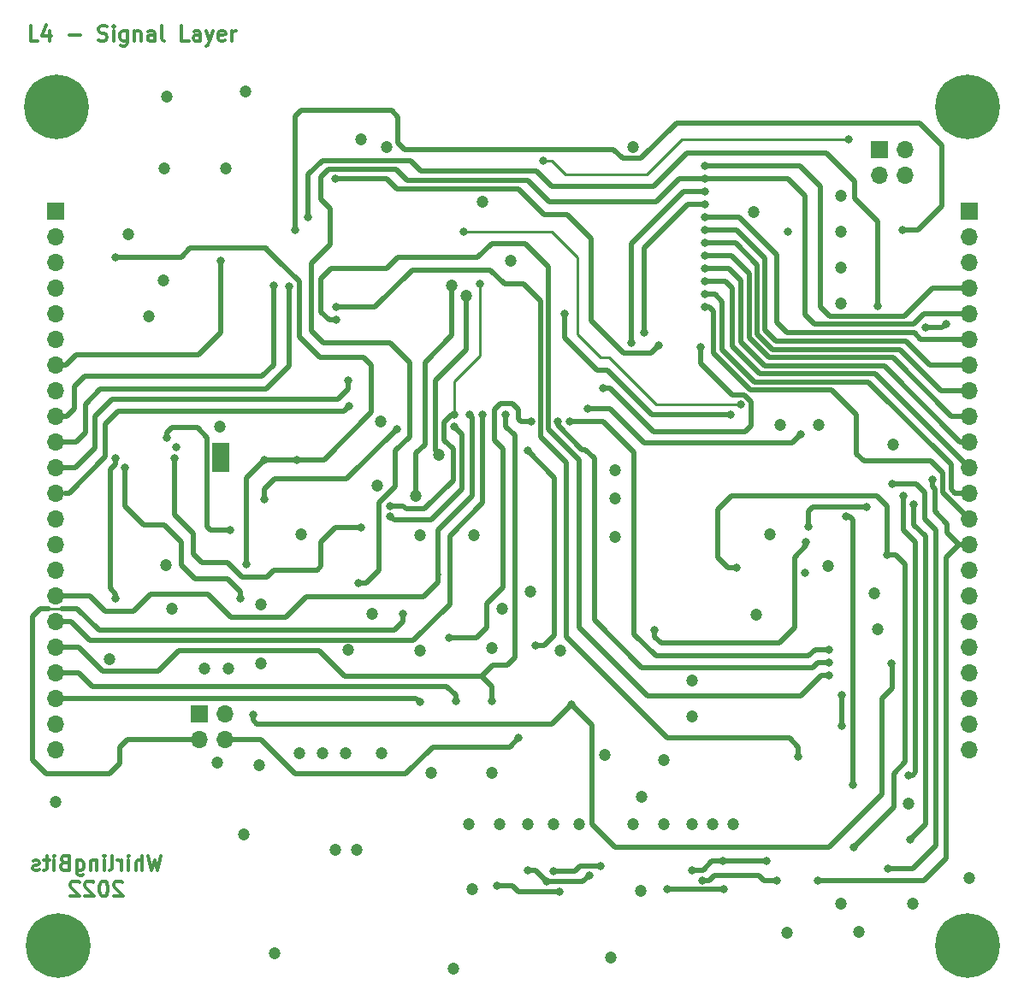
<source format=gbr>
%TF.GenerationSoftware,KiCad,Pcbnew,(5.1.12)-1*%
%TF.CreationDate,2022-03-11T14:49:08+01:00*%
%TF.ProjectId,ESP_S3-CP-24_Platform,4553505f-5333-42d4-9350-2d32345f506c,R0.8*%
%TF.SameCoordinates,Original*%
%TF.FileFunction,Copper,L4,Bot*%
%TF.FilePolarity,Positive*%
%FSLAX46Y46*%
G04 Gerber Fmt 4.6, Leading zero omitted, Abs format (unit mm)*
G04 Created by KiCad (PCBNEW (5.1.12)-1) date 2022-03-11 14:49:08*
%MOMM*%
%LPD*%
G01*
G04 APERTURE LIST*
%TA.AperFunction,NonConductor*%
%ADD10C,0.300000*%
%TD*%
%TA.AperFunction,SMDPad,CuDef*%
%ADD11R,1.651000X2.845000*%
%TD*%
%TA.AperFunction,ComponentPad*%
%ADD12C,0.550000*%
%TD*%
%TA.AperFunction,ComponentPad*%
%ADD13O,1.700000X1.700000*%
%TD*%
%TA.AperFunction,ComponentPad*%
%ADD14R,1.700000X1.700000*%
%TD*%
%TA.AperFunction,ComponentPad*%
%ADD15C,0.800000*%
%TD*%
%TA.AperFunction,ComponentPad*%
%ADD16C,6.400000*%
%TD*%
%TA.AperFunction,ViaPad*%
%ADD17C,1.200000*%
%TD*%
%TA.AperFunction,ViaPad*%
%ADD18C,0.800000*%
%TD*%
%TA.AperFunction,Conductor*%
%ADD19C,0.500000*%
%TD*%
%TA.AperFunction,Conductor*%
%ADD20C,0.250000*%
%TD*%
G04 APERTURE END LIST*
D10*
X178096857Y-196404571D02*
X177739714Y-197904571D01*
X177454000Y-196833142D01*
X177168285Y-197904571D01*
X176811142Y-196404571D01*
X176239714Y-197904571D02*
X176239714Y-196404571D01*
X175596857Y-197904571D02*
X175596857Y-197118857D01*
X175668285Y-196976000D01*
X175811142Y-196904571D01*
X176025428Y-196904571D01*
X176168285Y-196976000D01*
X176239714Y-197047428D01*
X174882571Y-197904571D02*
X174882571Y-196904571D01*
X174882571Y-196404571D02*
X174954000Y-196476000D01*
X174882571Y-196547428D01*
X174811142Y-196476000D01*
X174882571Y-196404571D01*
X174882571Y-196547428D01*
X174168285Y-197904571D02*
X174168285Y-196904571D01*
X174168285Y-197190285D02*
X174096857Y-197047428D01*
X174025428Y-196976000D01*
X173882571Y-196904571D01*
X173739714Y-196904571D01*
X173025428Y-197904571D02*
X173168285Y-197833142D01*
X173239714Y-197690285D01*
X173239714Y-196404571D01*
X172454000Y-197904571D02*
X172454000Y-196904571D01*
X172454000Y-196404571D02*
X172525428Y-196476000D01*
X172454000Y-196547428D01*
X172382571Y-196476000D01*
X172454000Y-196404571D01*
X172454000Y-196547428D01*
X171739714Y-196904571D02*
X171739714Y-197904571D01*
X171739714Y-197047428D02*
X171668285Y-196976000D01*
X171525428Y-196904571D01*
X171311142Y-196904571D01*
X171168285Y-196976000D01*
X171096857Y-197118857D01*
X171096857Y-197904571D01*
X169739714Y-196904571D02*
X169739714Y-198118857D01*
X169811142Y-198261714D01*
X169882571Y-198333142D01*
X170025428Y-198404571D01*
X170239714Y-198404571D01*
X170382571Y-198333142D01*
X169739714Y-197833142D02*
X169882571Y-197904571D01*
X170168285Y-197904571D01*
X170311142Y-197833142D01*
X170382571Y-197761714D01*
X170454000Y-197618857D01*
X170454000Y-197190285D01*
X170382571Y-197047428D01*
X170311142Y-196976000D01*
X170168285Y-196904571D01*
X169882571Y-196904571D01*
X169739714Y-196976000D01*
X168525428Y-197118857D02*
X168311142Y-197190285D01*
X168239714Y-197261714D01*
X168168285Y-197404571D01*
X168168285Y-197618857D01*
X168239714Y-197761714D01*
X168311142Y-197833142D01*
X168454000Y-197904571D01*
X169025428Y-197904571D01*
X169025428Y-196404571D01*
X168525428Y-196404571D01*
X168382571Y-196476000D01*
X168311142Y-196547428D01*
X168239714Y-196690285D01*
X168239714Y-196833142D01*
X168311142Y-196976000D01*
X168382571Y-197047428D01*
X168525428Y-197118857D01*
X169025428Y-197118857D01*
X167525428Y-197904571D02*
X167525428Y-196904571D01*
X167525428Y-196404571D02*
X167596857Y-196476000D01*
X167525428Y-196547428D01*
X167454000Y-196476000D01*
X167525428Y-196404571D01*
X167525428Y-196547428D01*
X167025428Y-196904571D02*
X166454000Y-196904571D01*
X166811142Y-196404571D02*
X166811142Y-197690285D01*
X166739714Y-197833142D01*
X166596857Y-197904571D01*
X166454000Y-197904571D01*
X166025428Y-197833142D02*
X165882571Y-197904571D01*
X165596857Y-197904571D01*
X165454000Y-197833142D01*
X165382571Y-197690285D01*
X165382571Y-197618857D01*
X165454000Y-197476000D01*
X165596857Y-197404571D01*
X165811142Y-197404571D01*
X165954000Y-197333142D01*
X166025428Y-197190285D01*
X166025428Y-197118857D01*
X165954000Y-196976000D01*
X165811142Y-196904571D01*
X165596857Y-196904571D01*
X165454000Y-196976000D01*
X174275428Y-199097428D02*
X174204000Y-199026000D01*
X174061142Y-198954571D01*
X173704000Y-198954571D01*
X173561142Y-199026000D01*
X173489714Y-199097428D01*
X173418285Y-199240285D01*
X173418285Y-199383142D01*
X173489714Y-199597428D01*
X174346857Y-200454571D01*
X173418285Y-200454571D01*
X172489714Y-198954571D02*
X172346857Y-198954571D01*
X172204000Y-199026000D01*
X172132571Y-199097428D01*
X172061142Y-199240285D01*
X171989714Y-199526000D01*
X171989714Y-199883142D01*
X172061142Y-200168857D01*
X172132571Y-200311714D01*
X172204000Y-200383142D01*
X172346857Y-200454571D01*
X172489714Y-200454571D01*
X172632571Y-200383142D01*
X172704000Y-200311714D01*
X172775428Y-200168857D01*
X172846857Y-199883142D01*
X172846857Y-199526000D01*
X172775428Y-199240285D01*
X172704000Y-199097428D01*
X172632571Y-199026000D01*
X172489714Y-198954571D01*
X171418285Y-199097428D02*
X171346857Y-199026000D01*
X171204000Y-198954571D01*
X170846857Y-198954571D01*
X170704000Y-199026000D01*
X170632571Y-199097428D01*
X170561142Y-199240285D01*
X170561142Y-199383142D01*
X170632571Y-199597428D01*
X171489714Y-200454571D01*
X170561142Y-200454571D01*
X169989714Y-199097428D02*
X169918285Y-199026000D01*
X169775428Y-198954571D01*
X169418285Y-198954571D01*
X169275428Y-199026000D01*
X169204000Y-199097428D01*
X169132571Y-199240285D01*
X169132571Y-199383142D01*
X169204000Y-199597428D01*
X170061142Y-200454571D01*
X169132571Y-200454571D01*
X165902857Y-115740571D02*
X165188571Y-115740571D01*
X165188571Y-114240571D01*
X167045714Y-114740571D02*
X167045714Y-115740571D01*
X166688571Y-114169142D02*
X166331428Y-115240571D01*
X167260000Y-115240571D01*
X168974285Y-115169142D02*
X170117142Y-115169142D01*
X171902857Y-115669142D02*
X172117142Y-115740571D01*
X172474285Y-115740571D01*
X172617142Y-115669142D01*
X172688571Y-115597714D01*
X172760000Y-115454857D01*
X172760000Y-115312000D01*
X172688571Y-115169142D01*
X172617142Y-115097714D01*
X172474285Y-115026285D01*
X172188571Y-114954857D01*
X172045714Y-114883428D01*
X171974285Y-114812000D01*
X171902857Y-114669142D01*
X171902857Y-114526285D01*
X171974285Y-114383428D01*
X172045714Y-114312000D01*
X172188571Y-114240571D01*
X172545714Y-114240571D01*
X172760000Y-114312000D01*
X173402857Y-115740571D02*
X173402857Y-114740571D01*
X173402857Y-114240571D02*
X173331428Y-114312000D01*
X173402857Y-114383428D01*
X173474285Y-114312000D01*
X173402857Y-114240571D01*
X173402857Y-114383428D01*
X174760000Y-114740571D02*
X174760000Y-115954857D01*
X174688571Y-116097714D01*
X174617142Y-116169142D01*
X174474285Y-116240571D01*
X174260000Y-116240571D01*
X174117142Y-116169142D01*
X174760000Y-115669142D02*
X174617142Y-115740571D01*
X174331428Y-115740571D01*
X174188571Y-115669142D01*
X174117142Y-115597714D01*
X174045714Y-115454857D01*
X174045714Y-115026285D01*
X174117142Y-114883428D01*
X174188571Y-114812000D01*
X174331428Y-114740571D01*
X174617142Y-114740571D01*
X174760000Y-114812000D01*
X175474285Y-114740571D02*
X175474285Y-115740571D01*
X175474285Y-114883428D02*
X175545714Y-114812000D01*
X175688571Y-114740571D01*
X175902857Y-114740571D01*
X176045714Y-114812000D01*
X176117142Y-114954857D01*
X176117142Y-115740571D01*
X177474285Y-115740571D02*
X177474285Y-114954857D01*
X177402857Y-114812000D01*
X177260000Y-114740571D01*
X176974285Y-114740571D01*
X176831428Y-114812000D01*
X177474285Y-115669142D02*
X177331428Y-115740571D01*
X176974285Y-115740571D01*
X176831428Y-115669142D01*
X176760000Y-115526285D01*
X176760000Y-115383428D01*
X176831428Y-115240571D01*
X176974285Y-115169142D01*
X177331428Y-115169142D01*
X177474285Y-115097714D01*
X178402857Y-115740571D02*
X178260000Y-115669142D01*
X178188571Y-115526285D01*
X178188571Y-114240571D01*
X180831428Y-115740571D02*
X180117142Y-115740571D01*
X180117142Y-114240571D01*
X181974285Y-115740571D02*
X181974285Y-114954857D01*
X181902857Y-114812000D01*
X181760000Y-114740571D01*
X181474285Y-114740571D01*
X181331428Y-114812000D01*
X181974285Y-115669142D02*
X181831428Y-115740571D01*
X181474285Y-115740571D01*
X181331428Y-115669142D01*
X181260000Y-115526285D01*
X181260000Y-115383428D01*
X181331428Y-115240571D01*
X181474285Y-115169142D01*
X181831428Y-115169142D01*
X181974285Y-115097714D01*
X182545714Y-114740571D02*
X182902857Y-115740571D01*
X183260000Y-114740571D02*
X182902857Y-115740571D01*
X182760000Y-116097714D01*
X182688571Y-116169142D01*
X182545714Y-116240571D01*
X184402857Y-115669142D02*
X184260000Y-115740571D01*
X183974285Y-115740571D01*
X183831428Y-115669142D01*
X183760000Y-115526285D01*
X183760000Y-114954857D01*
X183831428Y-114812000D01*
X183974285Y-114740571D01*
X184260000Y-114740571D01*
X184402857Y-114812000D01*
X184474285Y-114954857D01*
X184474285Y-115097714D01*
X183760000Y-115240571D01*
X185117142Y-115740571D02*
X185117142Y-114740571D01*
X185117142Y-115026285D02*
X185188571Y-114883428D01*
X185260000Y-114812000D01*
X185402857Y-114740571D01*
X185545714Y-114740571D01*
D11*
%TO.P,U1,17*%
%TO.N,GND*%
X184023000Y-156972000D03*
D12*
X184573500Y-158119500D03*
X183472500Y-158119500D03*
X184573500Y-156972000D03*
X183472500Y-156972000D03*
X184573500Y-155824500D03*
X183472500Y-155824500D03*
%TD*%
D13*
%TO.P,J2,22*%
%TO.N,GND*%
X167640000Y-185928000D03*
%TO.P,J2,21*%
%TO.N,+5VD*%
X167640000Y-183388000D03*
%TO.P,J2,20*%
%TO.N,/R_IO14*%
X167640000Y-180848000D03*
%TO.P,J2,19*%
%TO.N,/R_IO13*%
X167640000Y-178308000D03*
%TO.P,J2,18*%
%TO.N,/R_IO12*%
X167640000Y-175768000D03*
%TO.P,J2,17*%
%TO.N,/R_IO11*%
X167640000Y-173228000D03*
%TO.P,J2,16*%
%TO.N,/R_IO10*%
X167640000Y-170688000D03*
%TO.P,J2,15*%
%TO.N,/R_IO9*%
X167640000Y-168148000D03*
%TO.P,J2,14*%
%TO.N,/R_IO46*%
X167640000Y-165608000D03*
%TO.P,J2,13*%
%TO.N,/R_IO3*%
X167640000Y-163068000D03*
%TO.P,J2,12*%
%TO.N,/I2C_SDA*%
X167640000Y-160528000D03*
%TO.P,J2,11*%
%TO.N,/I2C_SCL*%
X167640000Y-157988000D03*
%TO.P,J2,10*%
%TO.N,/R_IO17*%
X167640000Y-155448000D03*
%TO.P,J2,9*%
%TO.N,/R_IO16*%
X167640000Y-152908000D03*
%TO.P,J2,8*%
%TO.N,/R_IO15*%
X167640000Y-150368000D03*
%TO.P,J2,7*%
%TO.N,/R_IO7*%
X167640000Y-147828000D03*
%TO.P,J2,6*%
%TO.N,/R_IO6*%
X167640000Y-145288000D03*
%TO.P,J2,5*%
%TO.N,/R_IO5*%
X167640000Y-142748000D03*
%TO.P,J2,4*%
%TO.N,/R_IO4*%
X167640000Y-140208000D03*
%TO.P,J2,3*%
%TO.N,/R_EN*%
X167640000Y-137668000D03*
%TO.P,J2,2*%
%TO.N,VDD*%
X167640000Y-135128000D03*
D14*
%TO.P,J2,1*%
X167640000Y-132588000D03*
%TD*%
D15*
%TO.P,H1,1*%
%TO.N,GND*%
X169634056Y-203661944D03*
X167937000Y-202959000D03*
X166239944Y-203661944D03*
X165537000Y-205359000D03*
X166239944Y-207056056D03*
X167937000Y-207759000D03*
X169634056Y-207056056D03*
X170337000Y-205359000D03*
D16*
X167937000Y-205359000D03*
%TD*%
%TO.P,H2,1*%
%TO.N,GND*%
X257937000Y-205359000D03*
D15*
X260337000Y-205359000D03*
X259634056Y-207056056D03*
X257937000Y-207759000D03*
X256239944Y-207056056D03*
X255537000Y-205359000D03*
X256239944Y-203661944D03*
X257937000Y-202959000D03*
X259634056Y-203661944D03*
%TD*%
%TO.P,H3,1*%
%TO.N,GND*%
X259607056Y-120603944D03*
X257910000Y-119901000D03*
X256212944Y-120603944D03*
X255510000Y-122301000D03*
X256212944Y-123998056D03*
X257910000Y-124701000D03*
X259607056Y-123998056D03*
X260310000Y-122301000D03*
D16*
X257910000Y-122301000D03*
%TD*%
%TO.P,H4,1*%
%TO.N,GND*%
X167767000Y-122301000D03*
D15*
X170167000Y-122301000D03*
X169464056Y-123998056D03*
X167767000Y-124701000D03*
X166069944Y-123998056D03*
X165367000Y-122301000D03*
X166069944Y-120603944D03*
X167767000Y-119901000D03*
X169464056Y-120603944D03*
%TD*%
D14*
%TO.P,J3,1*%
%TO.N,GND*%
X258064000Y-132588000D03*
D13*
%TO.P,J3,2*%
%TO.N,/R_RXD0*%
X258064000Y-135128000D03*
%TO.P,J3,3*%
%TO.N,/R_TXD0*%
X258064000Y-137668000D03*
%TO.P,J3,4*%
%TO.N,/R_IO1*%
X258064000Y-140208000D03*
%TO.P,J3,5*%
%TO.N,/R_IO2*%
X258064000Y-142748000D03*
%TO.P,J3,6*%
%TO.N,/R_IO42*%
X258064000Y-145288000D03*
%TO.P,J3,7*%
%TO.N,/R_IO41*%
X258064000Y-147828000D03*
%TO.P,J3,8*%
%TO.N,/R_IO40*%
X258064000Y-150368000D03*
%TO.P,J3,9*%
%TO.N,/R_IO39*%
X258064000Y-152908000D03*
%TO.P,J3,10*%
%TO.N,/R_IO38*%
X258064000Y-155448000D03*
%TO.P,J3,11*%
%TO.N,/R_IO37*%
X258064000Y-157988000D03*
%TO.P,J3,12*%
%TO.N,/R_IO36*%
X258064000Y-160528000D03*
%TO.P,J3,13*%
%TO.N,/R_IO35*%
X258064000Y-163068000D03*
%TO.P,J3,14*%
%TO.N,/R_IO0*%
X258064000Y-165608000D03*
%TO.P,J3,15*%
%TO.N,/R_IO45*%
X258064000Y-168148000D03*
%TO.P,J3,16*%
%TO.N,/R_IO48*%
X258064000Y-170688000D03*
%TO.P,J3,17*%
%TO.N,/R_IO47*%
X258064000Y-173228000D03*
%TO.P,J3,18*%
%TO.N,/R_IO21*%
X258064000Y-175768000D03*
%TO.P,J3,19*%
%TO.N,/R_USB-D+#2*%
X258064000Y-178308000D03*
%TO.P,J3,20*%
%TO.N,/R_USB-D-#2*%
X258064000Y-180848000D03*
%TO.P,J3,21*%
%TO.N,Net-(J3-Pad21)*%
X258064000Y-183388000D03*
%TO.P,J3,22*%
%TO.N,+12V*%
X258064000Y-185928000D03*
%TD*%
%TO.P,J5,4*%
%TO.N,/Espressif Developer Platform - Power/J5_5V*%
X184404000Y-184912000D03*
%TO.P,J5,3*%
%TO.N,/Espressif Developer Platform - Power/J5_12V*%
X181864000Y-184912000D03*
%TO.P,J5,2*%
%TO.N,/Espressif Developer Platform - Power/LT_VIN*%
X184404000Y-182372000D03*
D14*
%TO.P,J5,1*%
X181864000Y-182372000D03*
%TD*%
%TO.P,J6,1*%
%TO.N,VDD*%
X249174000Y-126492000D03*
D13*
%TO.P,J6,2*%
X251714000Y-126492000D03*
%TO.P,J6,3*%
%TO.N,GND*%
X249174000Y-129032000D03*
%TO.P,J6,4*%
X251714000Y-129032000D03*
%TD*%
D17*
%TO.N,GND*%
X208534000Y-193294000D03*
X211582000Y-193294000D03*
X214376000Y-193294000D03*
X216916000Y-193294000D03*
X219456000Y-193294000D03*
X230632000Y-179070000D03*
X230632000Y-182626000D03*
X245364000Y-201168000D03*
X223012000Y-158242000D03*
X223012000Y-161036000D03*
X227838000Y-186944000D03*
X221996000Y-186436000D03*
X245364000Y-131064000D03*
X245364000Y-134620000D03*
X245364000Y-138176000D03*
X245364000Y-141732000D03*
X206997000Y-207632000D03*
X224790000Y-193294000D03*
X227838000Y-193294000D03*
X252476006Y-201168000D03*
X167640000Y-191135000D03*
X230632000Y-193294000D03*
X232664000Y-193294000D03*
X234696000Y-193294000D03*
X200406000Y-126238000D03*
X247142000Y-203962000D03*
X195326000Y-195834000D03*
X186309000Y-194310000D03*
X178689000Y-121285000D03*
X186436000Y-120777000D03*
X178435000Y-128397000D03*
X243205000Y-153797000D03*
X239395000Y-153797000D03*
X182372000Y-177927000D03*
X187960000Y-171577000D03*
X187833000Y-187452004D03*
X209931000Y-131699000D03*
X212725000Y-137541000D03*
X224790000Y-126238000D03*
X204851000Y-188214000D03*
X191770000Y-186309000D03*
X199517000Y-159766000D03*
X178562000Y-167640000D03*
X191920500Y-164568509D03*
X176911000Y-143002000D03*
X194056000Y-186309010D03*
X196342000Y-186309000D03*
X199898000Y-186309000D03*
X189357000Y-206121000D03*
X199009000Y-172466000D03*
D18*
X179578000Y-155956000D03*
D17*
X240030000Y-204089000D03*
X223012000Y-164846000D03*
X249047000Y-173990000D03*
X244094000Y-167767000D03*
X236982000Y-172593000D03*
X238379000Y-164592000D03*
X208915000Y-199771000D03*
X225552000Y-199898000D03*
X222631000Y-206502000D03*
X179197000Y-171958000D03*
X183642000Y-187198000D03*
X183896052Y-153924000D03*
D18*
%TO.N,/R_IO0*%
X243078000Y-198882000D03*
X254406400Y-159207200D03*
%TO.N,/R_EN*%
X195326000Y-129413000D03*
X227330000Y-145923000D03*
X250063000Y-197739000D03*
X250444000Y-159639000D03*
%TO.N,Net-(C13-Pad1)*%
X188341000Y-157226000D03*
X186563000Y-167538400D03*
X191492500Y-157202516D03*
X173609000Y-137160000D03*
D17*
%TO.N,VDD*%
X210820000Y-188214000D03*
X197485000Y-195834000D03*
X178308000Y-139446000D03*
X250571000Y-155702000D03*
X174879000Y-134874000D03*
X184531000Y-128397000D03*
X197865968Y-125476000D03*
X199794519Y-153392519D03*
X236728000Y-132715000D03*
X258064000Y-198628000D03*
X210820000Y-175895000D03*
X209042000Y-164719000D03*
X187960000Y-177419000D03*
X203708000Y-176149000D03*
X248666000Y-170434000D03*
D18*
X241808000Y-168402000D03*
D17*
X196596000Y-176060010D03*
D18*
%TO.N,VBUS*%
X211328000Y-199390000D03*
X217551000Y-200025000D03*
%TO.N,/R_IO35*%
X231902000Y-142069000D03*
%TO.N,/R_IO36*%
X231902000Y-140843000D03*
%TO.N,/R_IO39*%
X231902000Y-137033000D03*
%TO.N,/R_IO2*%
X231902000Y-129413000D03*
X197612000Y-169418000D03*
%TO.N,/R_IO12*%
X210820000Y-181102000D03*
X212217000Y-152781000D03*
%TO.N,/R_IO13*%
X207264000Y-181102000D03*
X214376000Y-156337000D03*
X215138000Y-175640994D03*
%TO.N,/R_IO14*%
X203708000Y-181229000D03*
X206629000Y-174879000D03*
X214757000Y-153416000D03*
%TO.N,/R_IO21*%
X218694000Y-181483000D03*
X187198000Y-182499000D03*
X250393200Y-177393600D03*
%TO.N,/I2C_SDA*%
X196723000Y-151892000D03*
%TO.N,/I2C_SCL*%
X196596000Y-149352000D03*
D17*
%TO.N,+5VD*%
X252095000Y-191262000D03*
X217616500Y-176087500D03*
X211886800Y-172008800D03*
%TO.N,+12V*%
X203708000Y-164719000D03*
X172974000Y-176936400D03*
D18*
%TO.N,/R_RXD0*%
X231902000Y-131953000D03*
X225933000Y-144653000D03*
%TO.N,/R_TXD0*%
X231902000Y-130683000D03*
X224663000Y-145669000D03*
D17*
%TO.N,/Espressif Developer Platform - Modules/32K_XP*%
X208280000Y-140970000D03*
X205613000Y-156718000D03*
%TO.N,/Espressif Developer Platform - Modules/32K_XN*%
X206883000Y-139954000D03*
X203327000Y-160782000D03*
D18*
%TO.N,/Espressif Developer Platform - Power/LT_VIN*%
X174498000Y-157988000D03*
X185928000Y-170942000D03*
D17*
X184785000Y-177927000D03*
D18*
%TO.N,/Espressif Developer Platform - Power/LT_RUN*%
X173609000Y-157099000D03*
X173609000Y-170942000D03*
X179451000Y-157099000D03*
X197850496Y-163915000D03*
%TO.N,/Espressif Developer Platform - Power/LT_FB*%
X178689000Y-155067000D03*
X184912000Y-164167000D03*
D17*
%TO.N,Net-(C15-Pad1)*%
X225679000Y-190627000D03*
X214629992Y-170307000D03*
D18*
%TO.N,/Espressif Developer Platform - Interfaces/USB-D+#2*%
X230632000Y-197866000D03*
X237997996Y-196977000D03*
X245491000Y-183578500D03*
X245491000Y-180530500D03*
X233680000Y-196977000D03*
%TO.N,/R_IO46*%
X235458000Y-151739600D03*
X208026000Y-134620000D03*
X207137000Y-152781000D03*
X209677000Y-139827000D03*
X200787000Y-161798000D03*
%TO.N,/R_IO47*%
X244221004Y-177292000D03*
X217341010Y-153442406D03*
%TO.N,/R_IO48*%
X218567000Y-153416000D03*
X244221000Y-176022000D03*
%TO.N,/R_IO11*%
X209931000Y-152781000D03*
%TO.N,/R_IO10*%
X208661000Y-152781000D03*
%TO.N,/R_IO9*%
X200787000Y-162814000D03*
X207137000Y-153924000D03*
%TO.N,/R_IO3*%
X188341000Y-161163000D03*
X201422000Y-154178000D03*
%TO.N,/R_IO17*%
X190753994Y-140081000D03*
%TO.N,/R_IO16*%
X189230000Y-139954000D03*
%TO.N,/R_IO7*%
X184023000Y-137541000D03*
X253746000Y-144145000D03*
X191389000Y-134493000D03*
X251460000Y-134467600D03*
X255778000Y-143764000D03*
%TO.N,/R_IO6*%
X249021600Y-142036800D03*
X192623367Y-133187367D03*
%TO.N,/R_IO1*%
X231902000Y-128143000D03*
%TO.N,/R_IO42*%
X231902000Y-133223000D03*
%TO.N,/R_IO41*%
X231902000Y-134493000D03*
%TO.N,/R_IO40*%
X231902000Y-135763000D03*
%TO.N,/R_IO38*%
X231902000Y-138303000D03*
%TO.N,/R_IO37*%
X231902000Y-139573000D03*
%TO.N,/R_IO45*%
X241427000Y-154686000D03*
X220344988Y-152146000D03*
%TO.N,/Espressif Developer Platform - Modules/IO_3*%
X240157000Y-134620000D03*
X246126000Y-125476000D03*
X215900000Y-127635006D03*
%TO.N,/Espressif Developer Platform - Modules/IO_45*%
X221869000Y-150114000D03*
X231521000Y-146050000D03*
%TO.N,/Espressif Developer Platform - Modules/IO_46*%
X234442000Y-152781000D03*
X218059000Y-142748000D03*
%TO.N,/R_USB-D+#2*%
X244221000Y-178562000D03*
X195453000Y-143383000D03*
%TO.N,/R_USB-D-#2*%
X195453000Y-142113000D03*
X241173000Y-186626500D03*
%TO.N,/Espressif Developer Platform - Interfaces/USB-D-#2*%
X239014000Y-198882000D03*
X231648000Y-198882000D03*
%TO.N,/Espressif Developer Platform - Interfaces/USB_VBUS#2*%
X233807000Y-199771014D03*
X228219000Y-199771000D03*
%TO.N,/USB-D-#1*%
X216916000Y-197993000D03*
X221615000Y-197485000D03*
%TO.N,/USB-D+#1*%
X214376000Y-197866000D03*
X220472000Y-198374000D03*
X216281000Y-199009000D03*
%TO.N,/CP_EN*%
X252095000Y-188468000D03*
X251587000Y-160782000D03*
%TO.N,/CP_IO0*%
X252222000Y-194818000D03*
X252603000Y-161671000D03*
%TO.N,/Espressif Developer Platform - USB-Converter/CP_RTS*%
X246573000Y-189418000D03*
X245872000Y-162814000D03*
%TO.N,/Espressif Developer Platform - USB-Converter/CP_DTR*%
X246634000Y-195580000D03*
X249936000Y-166624002D03*
X235077000Y-167894000D03*
%TO.N,/Espressif Developer Platform - USB-Converter/CP_VBUS*%
X226949000Y-174117000D03*
X241935000Y-165354000D03*
%TO.N,/Espressif Developer Platform - USB-Converter/CP_RST*%
X247904000Y-161925000D03*
X242189000Y-163830000D03*
%TO.N,/Espressif Developer Platform - Power/J5_5V*%
X213487000Y-184785000D03*
%TO.N,/Espressif Developer Platform - Power/J5_12V*%
X202057000Y-172466000D03*
%TD*%
D19*
%TO.N,/R_IO0*%
X253619000Y-198882000D02*
X243078000Y-198882000D01*
X255778000Y-196723000D02*
X253619000Y-198882000D01*
X255778000Y-166878000D02*
X255778000Y-196723000D01*
X257048000Y-165608000D02*
X255778000Y-166878000D01*
X258064000Y-165608000D02*
X257048000Y-165608000D01*
X255879600Y-164439600D02*
X257048000Y-165608000D01*
X255879600Y-163576000D02*
X255879600Y-164439600D01*
X254660400Y-162356800D02*
X255879600Y-163576000D01*
X254660400Y-160121600D02*
X254660400Y-162356800D01*
X254406400Y-159867600D02*
X254660400Y-160121600D01*
X254406400Y-159207200D02*
X254406400Y-159867600D01*
%TO.N,/R_EN*%
X252857000Y-159639000D02*
X250444000Y-159639000D01*
X253695200Y-160477200D02*
X252857000Y-159639000D01*
X253695200Y-163068000D02*
X253695200Y-160477200D01*
X254812800Y-195402200D02*
X254812800Y-164185600D01*
X252476000Y-197739000D02*
X254812800Y-195402200D01*
X254812800Y-164185600D02*
X253695200Y-163068000D01*
X250063000Y-197739000D02*
X252476000Y-197739000D01*
X201422000Y-130429000D02*
X200406000Y-129413000D01*
X213487000Y-130429000D02*
X201422000Y-130429000D01*
X216027000Y-132969000D02*
X213487000Y-130429000D01*
X200406000Y-129413000D02*
X195326000Y-129413000D01*
X218313000Y-132969000D02*
X216027000Y-132969000D01*
X220624400Y-135280400D02*
X218313000Y-132969000D01*
X220624400Y-143408400D02*
X220624400Y-135280400D01*
X226568000Y-146685000D02*
X223901000Y-146685000D01*
X223901000Y-146685000D02*
X220624400Y-143408400D01*
X227330000Y-145923000D02*
X226568000Y-146685000D01*
%TO.N,Net-(C13-Pad1)*%
X188341000Y-157226000D02*
X191469016Y-157226000D01*
X191469016Y-157226000D02*
X191492500Y-157202516D01*
X189611000Y-137414000D02*
X191770000Y-139573000D01*
X191770000Y-139573000D02*
X191770000Y-145034000D01*
X198882000Y-147828000D02*
X198882000Y-152527000D01*
X198882000Y-152527000D02*
X194206484Y-157202516D01*
X198120000Y-147066000D02*
X198882000Y-147828000D01*
X194206484Y-157202516D02*
X191492500Y-157202516D01*
X193802000Y-147066000D02*
X198120000Y-147066000D01*
X191770000Y-145034000D02*
X193802000Y-147066000D01*
X189611000Y-137414000D02*
X188595000Y-136398000D01*
X188595000Y-136398000D02*
X188468000Y-136271000D01*
X188468000Y-136271000D02*
X180975000Y-136271000D01*
X180086000Y-137160000D02*
X173609000Y-137160000D01*
X180975000Y-136271000D02*
X180086000Y-137160000D01*
X186563000Y-159004000D02*
X186563000Y-167538400D01*
X188341000Y-157226000D02*
X186563000Y-159004000D01*
%TO.N,VBUS*%
X217551000Y-200025000D02*
X213487000Y-200025000D01*
X212852000Y-199390000D02*
X211328000Y-199390000D01*
X213487000Y-200025000D02*
X212852000Y-199390000D01*
%TO.N,/R_IO35*%
X232340600Y-142069000D02*
X231902000Y-142069000D01*
X232765600Y-142494000D02*
X232340600Y-142069000D01*
X255422400Y-158496000D02*
X255422400Y-160426400D01*
X254292100Y-157365700D02*
X255422400Y-158496000D01*
X246938800Y-156616400D02*
X247688100Y-157365700D01*
X247688100Y-157365700D02*
X254292100Y-157365700D01*
X246938800Y-152755600D02*
X246938800Y-156616400D01*
X244449600Y-150266400D02*
X246938800Y-152755600D01*
X257214001Y-162218001D02*
X258064000Y-163068000D01*
X236372400Y-150266400D02*
X244449600Y-150266400D01*
X232765600Y-146659600D02*
X236372400Y-150266400D01*
X255422400Y-160426400D02*
X257214001Y-162218001D01*
X232765600Y-142519400D02*
X232765600Y-146659600D01*
%TO.N,/R_IO36*%
X233629200Y-146304000D02*
X233629200Y-141554200D01*
X236829600Y-149504400D02*
X233629200Y-146304000D01*
X248107200Y-149504400D02*
X236829600Y-149504400D01*
X256286000Y-157683200D02*
X248107200Y-149504400D01*
X232918000Y-140843000D02*
X231902000Y-140843000D01*
X233629200Y-141554200D02*
X232918000Y-140843000D01*
X256286000Y-160147000D02*
X256286000Y-157683200D01*
X256667000Y-160528000D02*
X256286000Y-160147000D01*
X258064000Y-160528000D02*
X256667000Y-160528000D01*
%TO.N,/R_IO39*%
X250545600Y-147116800D02*
X256336800Y-152908000D01*
X256336800Y-152908000D02*
X258064000Y-152908000D01*
X238302800Y-147116800D02*
X250545600Y-147116800D01*
X236321600Y-145135600D02*
X238302800Y-147116800D01*
X236321600Y-138785600D02*
X236321600Y-145135600D01*
X234569000Y-137033000D02*
X236321600Y-138785600D01*
X231902000Y-137033000D02*
X234569000Y-137033000D01*
%TO.N,/R_IO2*%
X198374000Y-169418000D02*
X197612000Y-169418000D01*
X199644000Y-161493200D02*
X199644000Y-168148000D01*
X201295000Y-156337000D02*
X201295000Y-159842200D01*
X202692000Y-154940000D02*
X201295000Y-156337000D01*
X202692000Y-147574000D02*
X202692000Y-154940000D01*
X192976500Y-144462500D02*
X194183000Y-145669000D01*
X199644000Y-168148000D02*
X198374000Y-169418000D01*
X231902000Y-129413000D02*
X229387400Y-129413000D01*
X227101400Y-131699000D02*
X216535000Y-131699000D01*
X202438000Y-129540000D02*
X201371200Y-128473200D01*
X201371200Y-128473200D02*
X194665600Y-128473200D01*
X194665600Y-128473200D02*
X193929000Y-129209800D01*
X193929000Y-129209800D02*
X193929000Y-131445000D01*
X201295000Y-159842200D02*
X199644000Y-161493200D01*
X229387400Y-129413000D02*
X227101400Y-131699000D01*
X193929000Y-131445000D02*
X194818000Y-132334000D01*
X200787000Y-145669000D02*
X202692000Y-147574000D01*
X214376000Y-129540000D02*
X202438000Y-129540000D01*
X194818000Y-132334000D02*
X194818000Y-135890000D01*
X194183000Y-145669000D02*
X200787000Y-145669000D01*
X216535000Y-131699000D02*
X214376000Y-129540000D01*
X192976500Y-137731500D02*
X192976500Y-144462500D01*
X194818000Y-135890000D02*
X192976500Y-137731500D01*
X253619000Y-142748000D02*
X258064000Y-142748000D01*
X252552200Y-143814800D02*
X253619000Y-142748000D01*
X242747800Y-143814800D02*
X252552200Y-143814800D01*
X241808000Y-142875000D02*
X242747800Y-143814800D01*
X241808000Y-131064000D02*
X241808000Y-142875000D01*
X240157000Y-129413000D02*
X241808000Y-131064000D01*
X231902000Y-129413000D02*
X240157000Y-129413000D01*
%TO.N,/R_IO12*%
X210820000Y-179705000D02*
X210820000Y-181102000D01*
X209804000Y-178689000D02*
X210820000Y-179705000D01*
X209804000Y-178689000D02*
X210820000Y-177673000D01*
X210820000Y-177673000D02*
X210947000Y-177546000D01*
X210947000Y-177546000D02*
X212344000Y-177546000D01*
X212344000Y-177546000D02*
X213106000Y-176784000D01*
X213106000Y-176784000D02*
X213106000Y-154813000D01*
X213106000Y-154813000D02*
X212217000Y-153924000D01*
X212217000Y-153924000D02*
X212217000Y-152781000D01*
X196278500Y-178689000D02*
X209804000Y-178689000D01*
X179832000Y-176149000D02*
X193738500Y-176149000D01*
X177800000Y-178181000D02*
X179832000Y-176149000D01*
X172339000Y-178181000D02*
X177800000Y-178181000D01*
X169926000Y-175768000D02*
X172339000Y-178181000D01*
X193738500Y-176149000D02*
X196278500Y-178689000D01*
X167640000Y-175768000D02*
X169926000Y-175768000D01*
%TO.N,/R_IO13*%
X207264000Y-180530500D02*
X207264000Y-181102000D01*
X206375000Y-179641500D02*
X207264000Y-180530500D01*
X171259500Y-179641500D02*
X206375000Y-179641500D01*
X169926000Y-178308000D02*
X171259500Y-179641500D01*
X167640000Y-178308000D02*
X169926000Y-178308000D01*
X216027006Y-175640994D02*
X215138000Y-175640994D01*
X217043000Y-174625000D02*
X216027006Y-175640994D01*
X217043000Y-159004000D02*
X217043000Y-174625000D01*
X214376000Y-156337000D02*
X217043000Y-159004000D01*
%TO.N,/R_IO14*%
X167640000Y-180848000D02*
X203327000Y-180848000D01*
X203327000Y-180848000D02*
X203708000Y-181229000D01*
X213741000Y-153416000D02*
X214757000Y-153416000D01*
X211709000Y-151638000D02*
X212852000Y-151638000D01*
X211074000Y-155321000D02*
X211074000Y-152273000D01*
X213487000Y-153162000D02*
X213741000Y-153416000D01*
X211074000Y-152273000D02*
X211709000Y-151638000D01*
X211899500Y-156146500D02*
X211074000Y-155321000D01*
X213487000Y-152273000D02*
X213487000Y-153162000D01*
X211899500Y-169862500D02*
X211899500Y-156146500D01*
X210312000Y-171450000D02*
X211899500Y-169862500D01*
X210312000Y-173863000D02*
X210312000Y-171450000D01*
X209296000Y-174879000D02*
X210312000Y-173863000D01*
X212852000Y-151638000D02*
X213487000Y-152273000D01*
X206629000Y-174879000D02*
X209296000Y-174879000D01*
%TO.N,/R_IO21*%
X218694000Y-181483000D02*
X216789000Y-183388000D01*
X216789000Y-183388000D02*
X187579000Y-183388000D01*
X187579000Y-183388000D02*
X187198000Y-183007000D01*
X187198000Y-183007000D02*
X187198000Y-182499000D01*
X250444000Y-179832000D02*
X250444000Y-177292000D01*
X249428000Y-180848000D02*
X250444000Y-179832000D01*
X244221000Y-195580000D02*
X249428000Y-190373000D01*
X249428000Y-190373000D02*
X249428000Y-180848000D01*
X223012000Y-195580000D02*
X244221000Y-195580000D01*
X220726000Y-193294000D02*
X223012000Y-195580000D01*
X220726000Y-183515000D02*
X220726000Y-193294000D01*
X218694000Y-181483000D02*
X220726000Y-183515000D01*
D20*
%TO.N,/I2C_SDA*%
X168554400Y-160528000D02*
X167640000Y-160528000D01*
D19*
X169011600Y-160528000D02*
X168554400Y-160528000D01*
X172593000Y-156946600D02*
X169011600Y-160528000D01*
X172593000Y-153670000D02*
X172593000Y-156946600D01*
X173812200Y-152450800D02*
X172593000Y-153670000D01*
X196164200Y-152450800D02*
X173812200Y-152450800D01*
X196723000Y-151892000D02*
X196164200Y-152450800D01*
%TO.N,/I2C_SCL*%
X196596000Y-150215600D02*
X196596000Y-149352000D01*
X173228000Y-151257000D02*
X195554600Y-151257000D01*
X171551600Y-156057600D02*
X171551600Y-152933400D01*
X195554600Y-151257000D02*
X196596000Y-150215600D01*
X169621200Y-157988000D02*
X171551600Y-156057600D01*
X171551600Y-152933400D02*
X173228000Y-151257000D01*
X167640000Y-157988000D02*
X169621200Y-157988000D01*
%TO.N,/R_RXD0*%
X230251000Y-131953000D02*
X231902000Y-131953000D01*
X225933000Y-136271000D02*
X230251000Y-131953000D01*
X225933000Y-144653000D02*
X225933000Y-136271000D01*
%TO.N,/R_TXD0*%
X229806500Y-130683000D02*
X224663000Y-135826500D01*
X231902000Y-130683000D02*
X229806500Y-130683000D01*
X224663000Y-135826500D02*
X224663000Y-145669000D01*
D20*
%TO.N,/Espressif Developer Platform - Modules/32K_XP*%
X208280000Y-146431000D02*
X208153000Y-146431000D01*
D19*
X205232000Y-156337000D02*
X205613000Y-156718000D01*
X205232000Y-149352000D02*
X205232000Y-156337000D01*
X208280000Y-146304000D02*
X205232000Y-149352000D01*
X208280000Y-140970000D02*
X208280000Y-146304000D01*
%TO.N,/Espressif Developer Platform - Modules/32K_XN*%
X204216000Y-155702000D02*
X203327000Y-156591000D01*
X203327000Y-156591000D02*
X203327000Y-160782000D01*
X204216000Y-147574000D02*
X204216000Y-155702000D01*
X206883000Y-144907000D02*
X204216000Y-147574000D01*
X206883000Y-139954000D02*
X206883000Y-144907000D01*
%TO.N,/Espressif Developer Platform - Power/LT_VIN*%
X174498000Y-161290000D02*
X174498000Y-161798000D01*
X174498000Y-157988000D02*
X174498000Y-161290000D01*
X174498000Y-161798000D02*
X176403000Y-163703000D01*
X176403000Y-163703000D02*
X178435000Y-163703000D01*
X178435000Y-163703000D02*
X180086000Y-165354000D01*
X180086000Y-165354000D02*
X180086000Y-167640000D01*
X180086000Y-167640000D02*
X181483000Y-169037000D01*
X181483000Y-169037000D02*
X184658000Y-169037000D01*
X185928000Y-170307000D02*
X185928000Y-170942000D01*
X184658000Y-169037000D02*
X185928000Y-170307000D01*
%TO.N,/Espressif Developer Platform - Power/LT_RUN*%
X193929000Y-165354000D02*
X195368000Y-163915000D01*
X193929000Y-167767000D02*
X193929000Y-165354000D01*
X193548000Y-168148000D02*
X193929000Y-167767000D01*
X195368000Y-163915000D02*
X197850496Y-163915000D01*
X181292500Y-164528500D02*
X181292500Y-166560500D01*
X179451000Y-162687000D02*
X181292500Y-164528500D01*
X179451000Y-157099000D02*
X179451000Y-162687000D01*
X181292500Y-166560500D02*
X182118000Y-167386000D01*
X182118000Y-167386000D02*
X184658000Y-167386000D01*
X184658000Y-167386000D02*
X186118500Y-168846500D01*
X188531500Y-168846500D02*
X189230000Y-168148000D01*
X186118500Y-168846500D02*
X188531500Y-168846500D01*
X189230000Y-168148000D02*
X193548000Y-168148000D01*
X173075600Y-158203900D02*
X173075600Y-169964100D01*
X173609000Y-170497500D02*
X173609000Y-170942000D01*
X173075600Y-169964100D02*
X173609000Y-170497500D01*
X173609000Y-157670500D02*
X173075600Y-158203900D01*
X173609000Y-157099000D02*
X173609000Y-157670500D01*
D20*
%TO.N,/Espressif Developer Platform - Power/LT_FB*%
X184912000Y-164167000D02*
X184868000Y-164211000D01*
D19*
X178689000Y-155067000D02*
X178689000Y-154495500D01*
X178689000Y-154495500D02*
X179133500Y-154051000D01*
X179133500Y-154051000D02*
X181673500Y-154051000D01*
X181673500Y-154051000D02*
X182626000Y-155003500D01*
X182626000Y-163830000D02*
X183007000Y-164211000D01*
X182626000Y-155003500D02*
X182626000Y-163830000D01*
X184868000Y-164211000D02*
X183007000Y-164211000D01*
%TO.N,/Espressif Developer Platform - Interfaces/USB-D+#2*%
X245491000Y-183578500D02*
X245491000Y-180530500D01*
X231711500Y-197866000D02*
X232600500Y-196977000D01*
X230632000Y-197866000D02*
X231711500Y-197866000D01*
X233680000Y-196977000D02*
X237997996Y-196977000D01*
X232600500Y-196977000D02*
X233680000Y-196977000D01*
D20*
%TO.N,/R_IO46*%
X207137000Y-152781000D02*
X207137000Y-149479000D01*
X209677000Y-146939000D02*
X209677000Y-146685000D01*
X207137000Y-149479000D02*
X209677000Y-146939000D01*
X209677000Y-146685000D02*
X209677000Y-139827000D01*
D19*
X206121000Y-153543000D02*
X206883000Y-152781000D01*
X206883000Y-152781000D02*
X207137000Y-152781000D01*
X206121000Y-155257500D02*
X206121000Y-153543000D01*
X207010000Y-156146500D02*
X206121000Y-155257500D01*
D20*
X216789000Y-134620000D02*
X208026000Y-134620000D01*
X219329000Y-137160000D02*
X216789000Y-134620000D01*
X219329000Y-144780000D02*
X219329000Y-137160000D01*
X221615000Y-147066000D02*
X219329000Y-144780000D01*
X222440644Y-147066000D02*
X221615000Y-147066000D01*
X227114244Y-151739600D02*
X222440644Y-147066000D01*
X235458000Y-151739600D02*
X227114244Y-151739600D01*
D19*
X207010000Y-159258000D02*
X207010000Y-156146500D01*
X204165200Y-162102800D02*
X207010000Y-159258000D01*
X202361800Y-162102800D02*
X204165200Y-162102800D01*
X202057000Y-161798000D02*
X202361800Y-162102800D01*
X200787000Y-161798000D02*
X202057000Y-161798000D01*
D20*
%TO.N,/R_IO47*%
X217341010Y-153777510D02*
X217341010Y-153442406D01*
D19*
X220091000Y-156192396D02*
X219755896Y-156192396D01*
X220980000Y-157081396D02*
X220091000Y-156192396D01*
X219755896Y-156192396D02*
X217341010Y-153777510D01*
X220980000Y-173101000D02*
X220980000Y-157081396D01*
X225679000Y-177800000D02*
X220980000Y-173101000D01*
X243078000Y-177292000D02*
X242570000Y-177800000D01*
X242570000Y-177800000D02*
X225679000Y-177800000D01*
X244221004Y-177292000D02*
X243078000Y-177292000D01*
%TO.N,/R_IO48*%
X242824000Y-176022000D02*
X244221000Y-176022000D01*
X242189000Y-176657000D02*
X242824000Y-176022000D01*
X227076000Y-176657000D02*
X242189000Y-176657000D01*
X224917000Y-174498000D02*
X227076000Y-176657000D01*
X224917000Y-156464000D02*
X224917000Y-174498000D01*
X221869000Y-153416000D02*
X224917000Y-156464000D01*
X218567000Y-153416000D02*
X221869000Y-153416000D01*
%TO.N,/R_IO11*%
X209931000Y-161512250D02*
X209931000Y-152781000D01*
X203073000Y-175133000D02*
X206692500Y-171513500D01*
X171069000Y-175133000D02*
X203073000Y-175133000D01*
X206692500Y-164750750D02*
X209931000Y-161512250D01*
X169164000Y-173228000D02*
X171069000Y-175133000D01*
X167640000Y-173228000D02*
X169164000Y-173228000D01*
X206692500Y-171513500D02*
X206692500Y-164750750D01*
%TO.N,/R_IO10*%
X205486000Y-168148000D02*
X205486000Y-168529000D01*
X205486000Y-168529000D02*
X205549500Y-168592500D01*
X208915000Y-160782000D02*
X208915000Y-153035000D01*
X205486000Y-164211000D02*
X208915000Y-160782000D01*
X208915000Y-153035000D02*
X208661000Y-152781000D01*
X205486000Y-168148000D02*
X205486000Y-164211000D01*
X171069000Y-170688000D02*
X167640000Y-170688000D01*
X192468500Y-170815000D02*
X190436500Y-172847000D01*
X204025500Y-170815000D02*
X192468500Y-170815000D01*
X205486000Y-169354500D02*
X204025500Y-170815000D01*
X205486000Y-168148000D02*
X205486000Y-169354500D01*
X172593000Y-172212000D02*
X175387000Y-172212000D01*
X172593000Y-172212000D02*
X171069000Y-170688000D01*
X175387000Y-172212000D02*
X177038000Y-170561000D01*
X182753000Y-170561000D02*
X185039000Y-172847000D01*
X177038000Y-170561000D02*
X182753000Y-170561000D01*
X190436500Y-172847000D02*
X185039000Y-172847000D01*
%TO.N,/R_IO9*%
X207899000Y-160147000D02*
X207899000Y-154686000D01*
X204851000Y-163195000D02*
X207899000Y-160147000D01*
X207899000Y-154686000D02*
X207137000Y-153924000D01*
X201168000Y-163195000D02*
X204851000Y-163195000D01*
X200787000Y-162814000D02*
X201168000Y-163195000D01*
%TO.N,/R_IO3*%
X188341000Y-160083500D02*
X188341000Y-161163000D01*
X196469000Y-159131000D02*
X189293500Y-159131000D01*
X189293500Y-159131000D02*
X188341000Y-160083500D01*
X201422000Y-154178000D02*
X196469000Y-159131000D01*
%TO.N,/R_IO17*%
X170586400Y-154533600D02*
X169672000Y-155448000D01*
X169672000Y-155448000D02*
X167640000Y-155448000D01*
X170586400Y-151739600D02*
X170586400Y-154533600D01*
X172085000Y-150241000D02*
X170586400Y-151739600D01*
X190753994Y-147955006D02*
X188468000Y-150241000D01*
X188468000Y-150241000D02*
X172085000Y-150241000D01*
X190753994Y-140081000D02*
X190753994Y-147955006D01*
%TO.N,/R_IO16*%
X168783000Y-152908000D02*
X167640000Y-152908000D01*
X169545000Y-152146000D02*
X168783000Y-152908000D01*
X170561000Y-148971000D02*
X169545000Y-149987000D01*
X169545000Y-149987000D02*
X169545000Y-152146000D01*
X188087000Y-148971000D02*
X170561000Y-148971000D01*
X189230000Y-147828000D02*
X188087000Y-148971000D01*
X189230000Y-139954000D02*
X189230000Y-147828000D01*
%TO.N,/R_IO7*%
X184023000Y-144589500D02*
X184023000Y-137541000D01*
X181800500Y-146812000D02*
X184023000Y-144589500D01*
X169672000Y-146812000D02*
X181800500Y-146812000D01*
X168656000Y-147828000D02*
X169672000Y-146812000D01*
X167640000Y-147828000D02*
X168656000Y-147828000D01*
X191389000Y-123190000D02*
X191960500Y-122618500D01*
X191960500Y-122618500D02*
X200914000Y-122618500D01*
X191389000Y-134493000D02*
X191389000Y-123190000D01*
X200914000Y-122618500D02*
X201549000Y-123253500D01*
X201549000Y-123253500D02*
X201549000Y-125857000D01*
X201549000Y-125857000D02*
X202184000Y-126492000D01*
X255397000Y-144145000D02*
X255778000Y-143764000D01*
X253746000Y-144145000D02*
X255397000Y-144145000D01*
X253034800Y-134467600D02*
X251460000Y-134467600D01*
X255397000Y-132105400D02*
X253034800Y-134467600D01*
X255397000Y-126111000D02*
X255397000Y-132105400D01*
X253136400Y-123850400D02*
X255397000Y-126111000D01*
X229108000Y-123850400D02*
X253136400Y-123850400D01*
X225602800Y-127355600D02*
X229108000Y-123850400D01*
X223748600Y-127355600D02*
X225602800Y-127355600D01*
X222885000Y-126492000D02*
X223748600Y-127355600D01*
X202184000Y-126492000D02*
X222885000Y-126492000D01*
%TO.N,/R_IO6*%
X192623367Y-133187367D02*
X192623367Y-128991433D01*
X192623367Y-128991433D02*
X194043300Y-127571500D01*
X202755500Y-127571500D02*
X203835000Y-128651000D01*
X230098600Y-126873000D02*
X243967000Y-126873000D01*
X249047000Y-142011400D02*
X249021600Y-142036800D01*
X246761000Y-131318000D02*
X249047000Y-133604000D01*
X194043300Y-127571500D02*
X202755500Y-127571500D01*
X215265000Y-128651000D02*
X216789000Y-130175000D01*
X216789000Y-130175000D02*
X226796600Y-130175000D01*
X226796600Y-130175000D02*
X230098600Y-126873000D01*
X203835000Y-128651000D02*
X215265000Y-128651000D01*
X243967000Y-126873000D02*
X246761000Y-129667000D01*
X246761000Y-129667000D02*
X246761000Y-131318000D01*
X249047000Y-133604000D02*
X249047000Y-142011400D01*
%TO.N,/R_IO1*%
X254457200Y-140208000D02*
X258064000Y-140208000D01*
X251663200Y-143002000D02*
X254457200Y-140208000D01*
X244246400Y-143002000D02*
X251663200Y-143002000D01*
X243332000Y-142087600D02*
X244246400Y-143002000D01*
X243332000Y-130175000D02*
X243332000Y-142087600D01*
X241300000Y-128143000D02*
X243332000Y-130175000D01*
X231902000Y-128143000D02*
X241300000Y-128143000D01*
%TO.N,/R_IO42*%
X252628400Y-144627600D02*
X253288800Y-145288000D01*
X240004600Y-144627600D02*
X252628400Y-144627600D01*
X239014000Y-143637000D02*
X240004600Y-144627600D01*
X239014000Y-136906000D02*
X239014000Y-143637000D01*
X235331000Y-133223000D02*
X239014000Y-136906000D01*
X253288800Y-145288000D02*
X258064000Y-145288000D01*
X231902000Y-133223000D02*
X235331000Y-133223000D01*
%TO.N,/R_IO41*%
X251815600Y-145440400D02*
X254203200Y-147828000D01*
X254203200Y-147828000D02*
X258064000Y-147828000D01*
X238912400Y-145440400D02*
X251815600Y-145440400D01*
X237871000Y-144399000D02*
X238912400Y-145440400D01*
X237871000Y-137287000D02*
X237871000Y-144399000D01*
X235077000Y-134493000D02*
X237871000Y-137287000D01*
X231902000Y-134493000D02*
X235077000Y-134493000D01*
%TO.N,/R_IO40*%
X238633000Y-146304000D02*
X251206000Y-146304000D01*
X251206000Y-146304000D02*
X255270000Y-150368000D01*
X237109000Y-144780000D02*
X238633000Y-146304000D01*
X255270000Y-150368000D02*
X258064000Y-150368000D01*
X237109000Y-137922000D02*
X237109000Y-144780000D01*
X234950000Y-135763000D02*
X237109000Y-137922000D01*
X231902000Y-135763000D02*
X234950000Y-135763000D01*
%TO.N,/R_IO38*%
X257175000Y-155448000D02*
X258064000Y-155448000D01*
X235458000Y-145542000D02*
X237845600Y-147929600D01*
X249656600Y-147929600D02*
X257175000Y-155448000D01*
X235458000Y-139446000D02*
X235458000Y-145542000D01*
X237845600Y-147929600D02*
X249656600Y-147929600D01*
X234315000Y-138303000D02*
X235458000Y-139446000D01*
X231902000Y-138303000D02*
X234315000Y-138303000D01*
%TO.N,/R_IO37*%
X233934000Y-139573000D02*
X231902000Y-139573000D01*
X234594400Y-140233400D02*
X233934000Y-139573000D01*
X234594400Y-145948400D02*
X234594400Y-140233400D01*
X237337600Y-148691600D02*
X234594400Y-145948400D01*
X248767600Y-148691600D02*
X237337600Y-148691600D01*
X258064000Y-157988000D02*
X248767600Y-148691600D01*
%TO.N,/R_IO45*%
X222504000Y-152146000D02*
X220344988Y-152146000D01*
X225933000Y-155575000D02*
X222504000Y-152146000D01*
X240538000Y-155575000D02*
X225933000Y-155575000D01*
X241427000Y-154686000D02*
X240538000Y-155575000D01*
D20*
%TO.N,/Espressif Developer Platform - Modules/IO_3*%
X215925406Y-127609600D02*
X215900000Y-127635006D01*
X216763600Y-127609600D02*
X215925406Y-127609600D01*
X218084400Y-128930400D02*
X216763600Y-127609600D01*
X226161600Y-128930400D02*
X218084400Y-128930400D01*
X229616000Y-125476000D02*
X226161600Y-128930400D01*
X246126000Y-125476000D02*
X229616000Y-125476000D01*
D19*
%TO.N,/Espressif Developer Platform - Modules/IO_45*%
X231521000Y-147701000D02*
X231521000Y-146050000D01*
X234594400Y-150774400D02*
X231521000Y-147701000D01*
X235813600Y-150774400D02*
X234594400Y-150774400D01*
X236524800Y-151485600D02*
X235813600Y-150774400D01*
X236524800Y-153822400D02*
X236524800Y-151485600D01*
X235915200Y-154432000D02*
X236524800Y-153822400D01*
X226822000Y-154432000D02*
X235915200Y-154432000D01*
X222504000Y-150114000D02*
X226822000Y-154432000D01*
X221869000Y-150114000D02*
X222504000Y-150114000D01*
%TO.N,/Espressif Developer Platform - Modules/IO_46*%
X234442000Y-152781000D02*
X226695000Y-152781000D01*
X226695000Y-152781000D02*
X222250000Y-148336000D01*
X222250000Y-148336000D02*
X221234000Y-148336000D01*
X218059000Y-145161000D02*
X218059000Y-142748000D01*
X221234000Y-148336000D02*
X218059000Y-145161000D01*
%TO.N,/R_USB-D+#2*%
X243459000Y-178562000D02*
X244221000Y-178562000D01*
X226250500Y-180594000D02*
X241427000Y-180594000D01*
X219456000Y-173799500D02*
X226250500Y-180594000D01*
X195453000Y-143383000D02*
X194754500Y-143383000D01*
X193929000Y-139255500D02*
X194881500Y-138303000D01*
X194754500Y-143383000D02*
X193929000Y-142557500D01*
X216458800Y-154228800D02*
X219456000Y-157226000D01*
X193929000Y-142557500D02*
X193929000Y-139255500D01*
X194881500Y-138303000D02*
X200406000Y-138303000D01*
X241427000Y-180594000D02*
X243459000Y-178562000D01*
X219456000Y-157226000D02*
X219456000Y-173799500D01*
X201498200Y-137210800D02*
X209397600Y-137210800D01*
X209397600Y-137210800D02*
X210820000Y-135788400D01*
X210820000Y-135788400D02*
X214122000Y-135788400D01*
X214122000Y-135788400D02*
X216458800Y-138125200D01*
X200406000Y-138303000D02*
X201498200Y-137210800D01*
X216458800Y-138125200D02*
X216458800Y-154228800D01*
%TO.N,/R_USB-D-#2*%
X240284000Y-184785000D02*
X241173000Y-185674000D01*
X218186000Y-174752000D02*
X228219000Y-184785000D01*
X218186000Y-157480000D02*
X218186000Y-174752000D01*
X215646000Y-154940000D02*
X218186000Y-157480000D01*
X215646000Y-141478000D02*
X215646000Y-154940000D01*
X213995000Y-139827000D02*
X215646000Y-141478000D01*
X212090000Y-139827000D02*
X213995000Y-139827000D01*
X210693000Y-138430000D02*
X212090000Y-139827000D01*
X202946000Y-138430000D02*
X210693000Y-138430000D01*
X241173000Y-185674000D02*
X241173000Y-186626500D01*
X199263000Y-142113000D02*
X202946000Y-138430000D01*
X228219000Y-184785000D02*
X240284000Y-184785000D01*
X195453000Y-142113000D02*
X199263000Y-142113000D01*
%TO.N,/Espressif Developer Platform - Interfaces/USB-D-#2*%
X237744000Y-198882000D02*
X239014000Y-198882000D01*
X232822750Y-198374000D02*
X237236000Y-198374000D01*
X232314750Y-198882000D02*
X232822750Y-198374000D01*
X237236000Y-198374000D02*
X237744000Y-198882000D01*
X231648000Y-198882000D02*
X232314750Y-198882000D01*
%TO.N,/Espressif Developer Platform - Interfaces/USB_VBUS#2*%
X228219000Y-199771000D02*
X232790986Y-199771000D01*
X233807000Y-199771014D02*
X232791000Y-199771014D01*
%TO.N,/USB-D-#1*%
X219075000Y-197993000D02*
X219583000Y-197485000D01*
X219583000Y-197485000D02*
X221615000Y-197485000D01*
X216916000Y-197993000D02*
X219075000Y-197993000D01*
%TO.N,/USB-D+#1*%
X216281000Y-199009000D02*
X219837000Y-199009000D01*
X219837000Y-199009000D02*
X220472000Y-198374000D01*
X215138000Y-197866000D02*
X216281000Y-199009000D01*
X214376000Y-197866000D02*
X215138000Y-197866000D01*
%TO.N,/CP_EN*%
X252476000Y-188468000D02*
X252095000Y-188468000D01*
X252780800Y-188163200D02*
X252476000Y-188468000D01*
X252780800Y-165404800D02*
X252780800Y-188163200D01*
X251587000Y-164211000D02*
X252780800Y-165404800D01*
X251587000Y-160782000D02*
X251587000Y-164211000D01*
%TO.N,/CP_IO0*%
X252603000Y-163652200D02*
X252603000Y-161671000D01*
X253746000Y-164795200D02*
X252603000Y-163652200D01*
X253746000Y-193294000D02*
X253746000Y-164795200D01*
X252222000Y-194818000D02*
X253746000Y-193294000D01*
%TO.N,/Espressif Developer Platform - USB-Converter/CP_RTS*%
X246573000Y-189418000D02*
X246573000Y-163134000D01*
X246253000Y-162814000D02*
X245872000Y-162814000D01*
X246573000Y-163134000D02*
X246253000Y-162814000D01*
%TO.N,/Espressif Developer Platform - USB-Converter/CP_DTR*%
X251764800Y-167563800D02*
X250825002Y-166624002D01*
X251764800Y-187147200D02*
X251764800Y-167563800D01*
X250634500Y-188277500D02*
X251764800Y-187147200D01*
X250634500Y-191579500D02*
X250634500Y-188277500D01*
X246634000Y-195580000D02*
X250634500Y-191579500D01*
X249936000Y-166624002D02*
X250825002Y-166624002D01*
D20*
X250825002Y-166624002D02*
X250825002Y-166623998D01*
D19*
X234569000Y-160782000D02*
X233172000Y-162179000D01*
X248920000Y-160782000D02*
X234569000Y-160782000D01*
X249936000Y-161798000D02*
X248920000Y-160782000D01*
X249936000Y-166624002D02*
X249936000Y-161798000D01*
X233172000Y-162179000D02*
X233172000Y-166878000D01*
X234188000Y-167894000D02*
X235077000Y-167894000D01*
X233172000Y-166878000D02*
X234188000Y-167894000D01*
%TO.N,/Espressif Developer Platform - USB-Converter/CP_VBUS*%
X240792000Y-173863000D02*
X240792000Y-167767000D01*
X239268000Y-175387000D02*
X240792000Y-173863000D01*
X227584000Y-175387000D02*
X239268000Y-175387000D01*
X226949000Y-174752000D02*
X227584000Y-175387000D01*
X226949000Y-174117000D02*
X226949000Y-174752000D01*
X240792000Y-167767000D02*
X240792000Y-167005000D01*
X240792000Y-167005000D02*
X240792000Y-166878000D01*
X241935000Y-165735000D02*
X241935000Y-165354000D01*
X240792000Y-166878000D02*
X241935000Y-165735000D01*
%TO.N,/Espressif Developer Platform - USB-Converter/CP_RST*%
X247904000Y-161925000D02*
X242570000Y-161925000D01*
X242189000Y-162306000D02*
X242189000Y-163830000D01*
X242570000Y-161925000D02*
X242189000Y-162306000D01*
%TO.N,/Espressif Developer Platform - Power/J5_5V*%
X184404000Y-184912000D02*
X187960000Y-184912000D01*
X187960000Y-184912000D02*
X191389000Y-188341000D01*
X191389000Y-188341000D02*
X202311000Y-188341000D01*
X202311000Y-188341000D02*
X204978000Y-185674000D01*
X212598000Y-185674000D02*
X212090000Y-185674000D01*
X213487000Y-184785000D02*
X212598000Y-185674000D01*
X204978000Y-185674000D02*
X212090000Y-185674000D01*
%TO.N,/Espressif Developer Platform - Power/J5_12V*%
X174752000Y-184912000D02*
X181864000Y-184912000D01*
X173990000Y-187325000D02*
X173990000Y-185674000D01*
X166751000Y-188341000D02*
X172974000Y-188341000D01*
X165354000Y-186944000D02*
X166751000Y-188341000D01*
X165354000Y-172720000D02*
X165354000Y-186944000D01*
X173990000Y-185674000D02*
X174752000Y-184912000D01*
X172974000Y-188341000D02*
X173990000Y-187325000D01*
X166116000Y-171958000D02*
X165354000Y-172720000D01*
X167005000Y-171958000D02*
X166116000Y-171958000D01*
D20*
X168402000Y-171958000D02*
X167005000Y-171958000D01*
D19*
X169799000Y-171958000D02*
X168275000Y-171958000D01*
X171958000Y-174117000D02*
X169799000Y-171958000D01*
X201168000Y-174117000D02*
X171958000Y-174117000D01*
X202057000Y-173228000D02*
X201168000Y-174117000D01*
X202057000Y-172466000D02*
X202057000Y-173228000D01*
%TD*%
M02*

</source>
